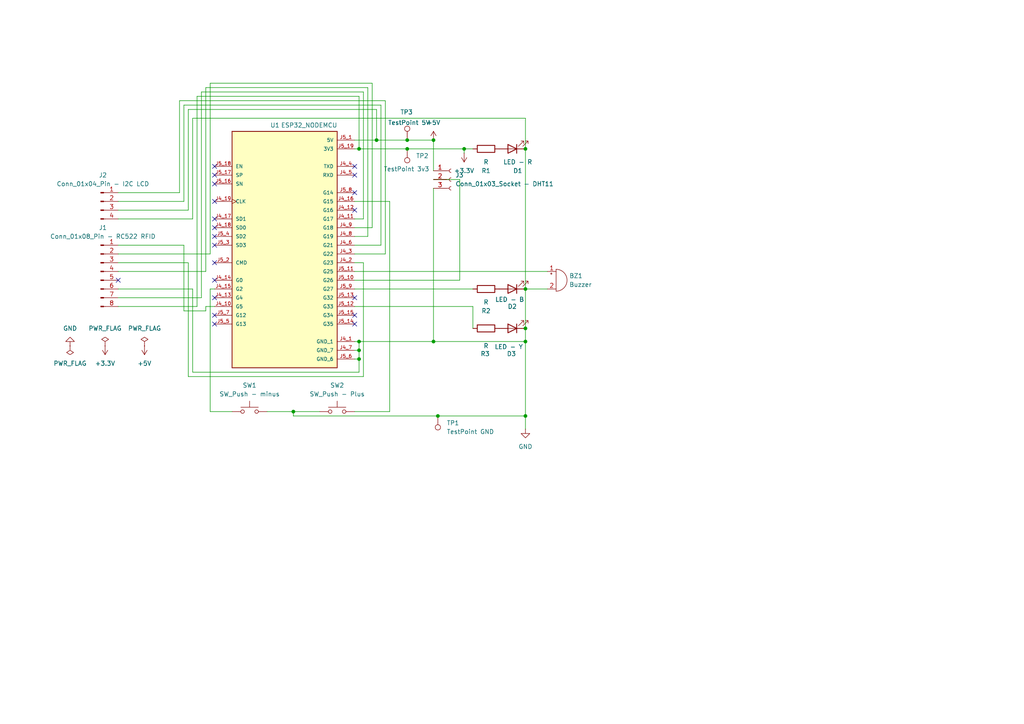
<source format=kicad_sch>
(kicad_sch (version 20231120) (generator "eeschema") (generator_version "8.0")
  (paper "A4")
  (title_block (title "Beertracker HUB PCB") (date "30/12/2024") (rev "1.1") (company "Beertracker"))
  (lib_symbols
    (symbol "Connector:Conn_01x03_Socket" (pin_names (offset 1.016) hide)
      (property "Reference" "J" (at 0 5.08 0))
      (property "Value" "Conn_01x03_Socket" (at 0 -5.08 0))
      (symbol "Conn_01x03_Socket_1_1"
        (arc (start 0 -2.032) (mid -0.5058 -2.54) (end 0 -3.048) (stroke (width 0.1524)))
        (polyline (pts (xy -1.27 -2.54) (xy -0.508 -2.54)) (stroke (width 0.1524)))
        (polyline (pts (xy -1.27 0) (xy -0.508 0)) (stroke (width 0.1524)))
        (polyline (pts (xy -1.27 2.54) (xy -0.508 2.54)) (stroke (width 0.1524)))
        (arc (start 0 0.508) (mid -0.5058 0) (end 0 -0.508) (stroke (width 0.1524)))
        (arc (start 0 3.048) (mid -0.5058 2.54) (end 0 2.032) (stroke (width 0.1524)))
        (pin passive line (at -5.08 2.54 0) (length 3.81) (name "Pin_1") (number "1"))
        (pin passive line (at -5.08 0 0) (length 3.81) (name "Pin_2") (number "2"))
        (pin passive line (at -5.08 -2.54 0) (length 3.81) (name "Pin_3") (number "3"))
      )
    )
    (symbol "Connector:Conn_01x04_Pin" (pin_names (offset 1.016) hide)
      (property "Reference" "J" (at 0 5.08 0))
      (property "Value" "Conn_01x04_Pin" (at 0 -7.62 0))
      (symbol "Conn_01x04_Pin_1_1"
        (polyline (pts (xy 1.27 -5.08) (xy 0.8636 -5.08)) (stroke (width 0.1524)))
        (polyline (pts (xy 1.27 -2.54) (xy 0.8636 -2.54)) (stroke (width 0.1524)))
        (polyline (pts (xy 1.27 0) (xy 0.8636 0)) (stroke (width 0.1524)))
        (polyline (pts (xy 1.27 2.54) (xy 0.8636 2.54)) (stroke (width 0.1524)))
        (rectangle (start 0.8636 -4.953) (end 0 -5.207) (stroke (width 0.1524)) (fill (type outline)))
        (rectangle (start 0.8636 -2.413) (end 0 -2.667) (stroke (width 0.1524)) (fill (type outline)))
        (rectangle (start 0.8636 0.127) (end 0 -0.127) (stroke (width 0.1524)) (fill (type outline)))
        (rectangle (start 0.8636 2.667) (end 0 2.413) (stroke (width 0.1524)) (fill (type outline)))
        (pin passive line (at 5.08 2.54 180) (length 3.81) (name "Pin_1") (number "1"))
        (pin passive line (at 5.08 0 180) (length 3.81) (name "Pin_2") (number "2"))
        (pin passive line (at 5.08 -2.54 180) (length 3.81) (name "Pin_3") (number "3"))
        (pin passive line (at 5.08 -5.08 180) (length 3.81) (name "Pin_4") (number "4"))
      )
    )
    (symbol "Connector:Conn_01x08_Pin" (pin_names (offset 1.016) hide)
      (property "Reference" "J" (at 0 10.16 0))
      (property "Value" "Conn_01x08_Pin" (at 0 -12.7 0))
      (symbol "Conn_01x08_Pin_1_1"
        (polyline (pts (xy 1.27 -10.16) (xy 0.8636 -10.16)) (stroke (width 0.1524)))
        (polyline (pts (xy 1.27 -7.62) (xy 0.8636 -7.62)) (stroke (width 0.1524)))
        (polyline (pts (xy 1.27 -5.08) (xy 0.8636 -5.08)) (stroke (width 0.1524)))
        (polyline (pts (xy 1.27 -2.54) (xy 0.8636 -2.54)) (stroke (width 0.1524)))
        (polyline (pts (xy 1.27 0) (xy 0.8636 0)) (stroke (width 0.1524)))
        (polyline (pts (xy 1.27 2.54) (xy 0.8636 2.54)) (stroke (width 0.1524)))
        (polyline (pts (xy 1.27 5.08) (xy 0.8636 5.08)) (stroke (width 0.1524)))
        (polyline (pts (xy 1.27 7.62) (xy 0.8636 7.62)) (stroke (width 0.1524)))
        (rectangle (start 0.8636 -10.033) (end 0 -10.287) (stroke (width 0.1524)) (fill (type outline)))
        (rectangle (start 0.8636 -7.493) (end 0 -7.747) (stroke (width 0.1524)) (fill (type outline)))
        (rectangle (start 0.8636 -4.953) (end 0 -5.207) (stroke (width 0.1524)) (fill (type outline)))
        (rectangle (start 0.8636 -2.413) (end 0 -2.667) (stroke (width 0.1524)) (fill (type outline)))
        (rectangle (start 0.8636 0.127) (end 0 -0.127) (stroke (width 0.1524)) (fill (type outline)))
        (rectangle (start 0.8636 2.667) (end 0 2.413) (stroke (width 0.1524)) (fill (type outline)))
        (rectangle (start 0.8636 5.207) (end 0 4.953) (stroke (width 0.1524)) (fill (type outline)))
        (rectangle (start 0.8636 7.747) (end 0 7.493) (stroke (width 0.1524)) (fill (type outline)))
        (pin passive line (at 5.08 7.62 180) (length 3.81) (name "Pin_1") (number "1"))
        (pin passive line (at 5.08 5.08 180) (length 3.81) (name "Pin_2") (number "2"))
        (pin passive line (at 5.08 2.54 180) (length 3.81) (name "Pin_3") (number "3"))
        (pin passive line (at 5.08 0 180) (length 3.81) (name "Pin_4") (number "4"))
        (pin passive line (at 5.08 -2.54 180) (length 3.81) (name "Pin_5") (number "5"))
        (pin passive line (at 5.08 -5.08 180) (length 3.81) (name "Pin_6") (number "6"))
        (pin passive line (at 5.08 -7.62 180) (length 3.81) (name "Pin_7") (number "7"))
        (pin passive line (at 5.08 -10.16 180) (length 3.81) (name "Pin_8") (number "8"))
      )
    )
    (symbol "Connector:TestPoint" (pin_numbers hide) (pin_names (offset 0.762) hide)
      (property "Reference" "TP" (at 0 6.858 0))
      (property "Value" "TestPoint" (at 0 5.08 0))
      (symbol "TestPoint_0_1"
        (circle (center 0 3.302) (radius 0.762))
      )
      (symbol "TestPoint_1_1"
        (pin passive line (at 0 0 90) (length 2.54) (name "1") (number "1"))
      )
    )
    (symbol "Device:Buzzer" (pin_names (offset 0.0254) hide)
      (property "Reference" "BZ" (at 3.81 1.27 0))
      (property "Value" "Buzzer" (at 3.81 -1.27 0))
      (symbol "Buzzer_0_1"
        (arc (start 0 -3.175) (mid 3.1612 0) (end 0 3.175))
        (polyline (pts (xy -1.651 1.905) (xy -1.143 1.905)))
        (polyline (pts (xy -1.397 2.159) (xy -1.397 1.651)))
        (polyline (pts (xy 0 3.175) (xy 0 -3.175)))
      )
      (symbol "Buzzer_1_1"
        (pin passive line (at -2.54 2.54 0) (length 2.54) (name "+") (number "1"))
        (pin passive line (at -2.54 -2.54 0) (length 2.54) (name "-") (number "2"))
      )
    )
    (symbol "Device:LED" (pin_numbers hide) (pin_names (offset 1.016) hide)
      (property "Reference" "D" (at 0 2.54 0))
      (property "Value" "LED" (at 0 -2.54 0))
      (symbol "LED_0_1"
        (polyline (pts (xy -1.27 -1.27) (xy -1.27 1.27)) (stroke (width 0.254)))
        (polyline (pts (xy -1.27 0) (xy 1.27 0)))
        (polyline (pts (xy 1.27 -1.27) (xy 1.27 1.27) (xy -1.27 0) (xy 1.27 -1.27)) (stroke (width 0.254)))
        (polyline (pts (xy -3.048 -0.762) (xy -4.572 -2.286) (xy -3.81 -2.286) (xy -4.572 -2.286) (xy -4.572 -1.524)))
        (polyline (pts (xy -1.778 -0.762) (xy -3.302 -2.286) (xy -2.54 -2.286) (xy -3.302 -2.286) (xy -3.302 -1.524)))
      )
      (symbol "LED_1_1"
        (pin passive line (at -3.81 0 0) (length 2.54) (name "K") (number "1"))
        (pin passive line (at 3.81 0 180) (length 2.54) (name "A") (number "2"))
      )
    )
    (symbol "Device:R" (pin_numbers hide) (pin_names (offset 0))
      (property "Reference" "R" (at 2.032 0 90))
      (property "Value" "R" (at 0 0 90))
      (symbol "R_0_1"
        (rectangle (start -1.016 -2.54) (end 1.016 2.54) (stroke (width 0.254)))
      )
      (symbol "R_1_1"
        (pin passive line (at 0 3.81 270) (length 1.27) (name "~") (number "1"))
        (pin passive line (at 0 -3.81 90) (length 1.27) (name "~") (number "2"))
      )
    )
    (symbol "ESP32_NODEMCU:ESP32_NODEMCU" (pin_names (offset 1.016))
      (property "Reference" "U" (at -15.24 36.322 0))
      (property "Value" "ESP32_NODEMCU" (at -15.24 -35.56 0))
      (symbol "ESP32_NODEMCU_0_0"
        (rectangle (start -15.24 -33.02) (end 15.24 35.56) (stroke (width 0.254)) (fill (type background)))
        (pin power_in line (at 20.32 -25.4 180) (length 5.08) (name "GND_1") (number "J4_1"))
        (pin bidirectional line (at -20.32 -15.24 0) (length 5.08) (name "G5") (number "J4_10"))
        (pin bidirectional line (at 20.32 10.16 180) (length 5.08) (name "G17") (number "J4_11"))
        (pin bidirectional line (at 20.32 12.7 180) (length 5.08) (name "G16") (number "J4_12"))
        (pin bidirectional line (at -20.32 -12.7 0) (length 5.08) (name "G4") (number "J4_13"))
        (pin bidirectional line (at -20.32 -7.62 0) (length 5.08) (name "G0") (number "J4_14"))
        (pin bidirectional line (at -20.32 -10.16 0) (length 5.08) (name "G2") (number "J4_15"))
        (pin bidirectional line (at 20.32 15.24 180) (length 5.08) (name "G15") (number "J4_16"))
        (pin bidirectional line (at -20.32 10.16 0) (length 5.08) (name "SD1") (number "J4_17"))
        (pin bidirectional line (at -20.32 7.62 0) (length 5.08) (name "SD0") (number "J4_18"))
        (pin input clock (at -20.32 15.24 0) (length 5.08) (name "CLK") (number "J4_19"))
        (pin bidirectional line (at 20.32 -2.54 180) (length 5.08) (name "G23") (number "J4_2"))
        (pin bidirectional line (at 20.32 0 180) (length 5.08) (name "G22") (number "J4_3"))
        (pin output line (at 20.32 25.4 180) (length 5.08) (name "TXD") (number "J4_4"))
        (pin input line (at 20.32 22.86 180) (length 5.08) (name "RXD") (number "J4_5"))
        (pin bidirectional line (at 20.32 2.54 180) (length 5.08) (name "G21") (number "J4_6"))
        (pin power_in line (at 20.32 -27.94 180) (length 5.08) (name "GND_7") (number "J4_7"))
        (pin bidirectional line (at 20.32 5.08 180) (length 5.08) (name "G19") (number "J4_8"))
        (pin bidirectional line (at 20.32 7.62 180) (length 5.08) (name "G18") (number "J4_9"))
        (pin power_in line (at 20.32 33.02 180) (length 5.08) (name "5V") (number "J5_1"))
        (pin bidirectional line (at 20.32 -7.62 180) (length 5.08) (name "G26") (number "J5_10"))
        (pin bidirectional line (at 20.32 -5.08 180) (length 5.08) (name "G25") (number "J5_11"))
        (pin bidirectional line (at 20.32 -15.24 180) (length 5.08) (name "G33") (number "J5_12"))
        (pin bidirectional line (at 20.32 -12.7 180) (length 5.08) (name "G32") (number "J5_13"))
        (pin bidirectional line (at 20.32 -20.32 180) (length 5.08) (name "G35") (number "J5_14"))
        (pin bidirectional line (at 20.32 -17.78 180) (length 5.08) (name "G34") (number "J5_15"))
        (pin input line (at -20.32 20.32 0) (length 5.08) (name "SN") (number "J5_16"))
        (pin input line (at -20.32 22.86 0) (length 5.08) (name "SP") (number "J5_17"))
        (pin input line (at -20.32 25.4 0) (length 5.08) (name "EN") (number "J5_18"))
        (pin power_in line (at 20.32 30.48 180) (length 5.08) (name "3V3") (number "J5_19"))
        (pin bidirectional line (at -20.32 -2.54 0) (length 5.08) (name "CMD") (number "J5_2"))
        (pin bidirectional line (at -20.32 2.54 0) (length 5.08) (name "SD3") (number "J5_3"))
        (pin bidirectional line (at -20.32 5.08 0) (length 5.08) (name "SD2") (number "J5_4"))
        (pin bidirectional line (at -20.32 -20.32 0) (length 5.08) (name "G13") (number "J5_5"))
        (pin power_in line (at 20.32 -30.48 180) (length 5.08) (name "GND_6") (number "J5_6"))
        (pin bidirectional line (at -20.32 -17.78 0) (length 5.08) (name "G12") (number "J5_7"))
        (pin bidirectional line (at 20.32 17.78 180) (length 5.08) (name "G14") (number "J5_8"))
        (pin bidirectional line (at 20.32 -10.16 180) (length 5.08) (name "G27") (number "J5_9"))
      )
    )
    (symbol "Switch:SW_Push" (pin_numbers hide) (pin_names (offset 1.016) hide)
      (property "Reference" "SW" (at 1.27 2.54 0))
      (property "Value" "SW_Push" (at 0 -1.524 0))
      (symbol "SW_Push_0_1"
        (circle (center -2.032 0) (radius 0.508))
        (polyline (pts (xy 0 1.27) (xy 0 3.048)))
        (polyline (pts (xy 2.54 1.27) (xy -2.54 1.27)))
        (circle (center 2.032 0) (radius 0.508))
        (pin passive line (at -5.08 0 0) (length 2.54) (name "1") (number "1"))
        (pin passive line (at 5.08 0 180) (length 2.54) (name "2") (number "2"))
      )
    )
    (symbol "power:+3.3V" (power) (pin_numbers hide) (pin_names (offset 0) hide)
      (property "Value" "+3.3V" (at 0 3.556 0))
      (symbol "+3.3V_0_1"
        (polyline (pts (xy -0.762 1.27) (xy 0 2.54)))
        (polyline (pts (xy 0 0) (xy 0 2.54)))
        (polyline (pts (xy 0 2.54) (xy 0.762 1.27)))
      )
      (symbol "+3.3V_1_1"
        (pin power_in line (at 0 0 90) (length 0) (name "~") (number "1"))
      )
    )
    (symbol "power:+5V" (power) (pin_numbers hide) (pin_names (offset 0) hide)
      (property "Value" "+5V" (at 0 3.556 0))
      (symbol "+5V_0_1"
        (polyline (pts (xy -0.762 1.27) (xy 0 2.54)))
        (polyline (pts (xy 0 0) (xy 0 2.54)))
        (polyline (pts (xy 0 2.54) (xy 0.762 1.27)))
      )
      (symbol "+5V_1_1"
        (pin power_in line (at 0 0 90) (length 0) (name "~") (number "1"))
      )
    )
    (symbol "power:GND" (power) (pin_numbers hide) (pin_names (offset 0) hide)
      (property "Value" "GND" (at 0 -3.81 0))
      (symbol "GND_0_1"
        (polyline (pts (xy 0 0) (xy 0 -1.27) (xy 1.27 -1.27) (xy 0 -2.54) (xy -1.27 -1.27) (xy 0 -1.27)))
      )
      (symbol "GND_1_1"
        (pin power_in line (at 0 0 270) (length 0) (name "~") (number "1"))
      )
    )
    (symbol "power:PWR_FLAG" (power) (pin_numbers hide) (pin_names (offset 0) hide)
      (property "Value" "PWR_FLAG" (at 0 3.81 0))
      (symbol "PWR_FLAG_0_0"
        (pin power_out line (at 0 0 90) (length 0) (name "~") (number "1"))
      )
      (symbol "PWR_FLAG_0_1"
        (polyline (pts (xy 0 0) (xy 0 1.27) (xy -1.016 1.905) (xy 0 2.54) (xy 1.016 1.905) (xy 0 1.27)))
      )
    )
  )
  (junction (at 104.14 101.6))
  (junction (at 85.09 119.38))
  (junction (at 104.14 99.06))
  (junction (at 152.4 120.65))
  (junction (at 125.73 40.64))
  (junction (at 109.22 40.64))
  (junction (at 152.4 83.82))
  (junction (at 104.14 43.18))
  (junction (at 118.11 43.18))
  (junction (at 152.4 95.25))
  (junction (at 152.4 99.06))
  (junction (at 125.73 99.06))
  (junction (at 152.4 43.18))
  (junction (at 104.14 104.14))
  (junction (at 127 120.65))
  (junction (at 118.11 40.64))
  (junction (at 134.62 43.18))
  (no_connect (at 62.23 93.98))
  (no_connect (at 102.87 55.88))
  (no_connect (at 62.23 48.26))
  (no_connect (at 102.87 60.96))
  (no_connect (at 62.23 63.5))
  (no_connect (at 62.23 66.04))
  (no_connect (at 62.23 58.42))
  (no_connect (at 62.23 68.58))
  (no_connect (at 102.87 50.8))
  (no_connect (at 102.87 48.26))
  (no_connect (at 62.23 86.36))
  (no_connect (at 62.23 91.44))
  (no_connect (at 34.29 81.28))
  (no_connect (at 62.23 81.28))
  (no_connect (at 62.23 71.12))
  (no_connect (at 102.87 93.98))
  (no_connect (at 62.23 53.34))
  (no_connect (at 62.23 50.8))
  (no_connect (at 102.87 91.44))
  (no_connect (at 62.23 76.2))
  (no_connect (at 102.87 86.36))
  (wire (pts (xy 105.41 63.5) (xy 102.87 63.5)))
  (wire (pts (xy 92.71 119.38) (xy 85.09 119.38)))
  (wire (pts (xy 118.11 40.64) (xy 109.22 40.64)))
  (wire (pts (xy 110.49 30.48) (xy 53.34 30.48)))
  (wire (pts (xy 34.29 71.12) (xy 53.34 71.12)))
  (wire (pts (xy 104.14 104.14) (xy 104.14 101.6)))
  (wire (pts (xy 102.87 99.06) (xy 104.14 99.06)))
  (wire (pts (xy 34.29 83.82) (xy 55.88 83.82)))
  (wire (pts (xy 57.15 88.9) (xy 57.15 27.94)))
  (wire (pts (xy 34.29 78.74) (xy 59.69 78.74)))
  (wire (pts (xy 102.87 58.42) (xy 113.03 58.42)))
  (wire (pts (xy 59.69 78.74) (xy 59.69 25.4)))
  (wire (pts (xy 58.42 86.36) (xy 58.42 26.67)))
  (wire (pts (xy 102.87 73.66) (xy 111.76 73.66)))
  (wire (pts (xy 102.87 83.82) (xy 137.16 83.82)))
  (wire (pts (xy 34.29 60.96) (xy 54.61 60.96)))
  (wire (pts (xy 59.69 88.9) (xy 62.23 88.9)))
  (wire (pts (xy 125.73 54.61) (xy 125.73 99.06)))
  (wire (pts (xy 152.4 34.29) (xy 152.4 43.18)))
  (wire (pts (xy 102.87 71.12) (xy 110.49 71.12)))
  (wire (pts (xy 107.95 66.04) (xy 102.87 66.04)))
  (wire (pts (xy 60.96 83.82) (xy 62.23 83.82)))
  (wire (pts (xy 53.34 58.42) (xy 34.29 58.42)))
  (wire (pts (xy 55.88 83.82) (xy 55.88 107.95)))
  (wire (pts (xy 34.29 76.2) (xy 54.61 76.2)))
  (wire (pts (xy 102.87 104.14) (xy 104.14 104.14)))
  (wire (pts (xy 152.4 124.46) (xy 152.4 120.65)))
  (wire (pts (xy 152.4 83.82) (xy 152.4 95.25)))
  (wire (pts (xy 55.88 107.95) (xy 104.14 107.95)))
  (wire (pts (xy 52.07 55.88) (xy 34.29 55.88)))
  (wire (pts (xy 104.14 27.94) (xy 104.14 43.18)))
  (wire (pts (xy 34.29 88.9) (xy 57.15 88.9)))
  (wire (pts (xy 152.4 99.06) (xy 125.73 99.06)))
  (wire (pts (xy 125.73 40.64) (xy 125.73 49.53)))
  (wire (pts (xy 57.15 27.94) (xy 104.14 27.94)))
  (wire (pts (xy 34.29 86.36) (xy 58.42 86.36)))
  (wire (pts (xy 152.4 95.25) (xy 152.4 99.06)))
  (wire (pts (xy 106.68 68.58) (xy 102.87 68.58)))
  (wire (pts (xy 152.4 43.18) (xy 152.4 83.82)))
  (wire (pts (xy 118.11 43.18) (xy 134.62 43.18)))
  (wire (pts (xy 55.88 63.5) (xy 55.88 34.29)))
  (wire (pts (xy 158.75 78.74) (xy 102.87 78.74)))
  (wire (pts (xy 54.61 31.75) (xy 109.22 31.75)))
  (wire (pts (xy 55.88 34.29) (xy 152.4 34.29)))
  (wire (pts (xy 113.03 58.42) (xy 113.03 119.38)))
  (wire (pts (xy 105.41 109.22) (xy 105.41 76.2)))
  (wire (pts (xy 54.61 109.22) (xy 105.41 109.22)))
  (wire (pts (xy 54.61 60.96) (xy 54.61 31.75)))
  (wire (pts (xy 109.22 31.75) (xy 109.22 40.64)))
  (wire (pts (xy 105.41 26.67) (xy 105.41 63.5)))
  (wire (pts (xy 137.16 88.9) (xy 137.16 95.25)))
  (wire (pts (xy 152.4 83.82) (xy 158.75 83.82)))
  (wire (pts (xy 60.96 119.38) (xy 60.96 83.82)))
  (wire (pts (xy 102.87 40.64) (xy 109.22 40.64)))
  (wire (pts (xy 58.42 26.67) (xy 105.41 26.67)))
  (wire (pts (xy 104.14 101.6) (xy 104.14 99.06)))
  (wire (pts (xy 104.14 43.18) (xy 118.11 43.18)))
  (wire (pts (xy 102.87 101.6) (xy 104.14 101.6)))
  (wire (pts (xy 53.34 71.12) (xy 53.34 90.17)))
  (wire (pts (xy 133.35 81.28) (xy 102.87 81.28)))
  (wire (pts (xy 110.49 71.12) (xy 110.49 30.48)))
  (wire (pts (xy 85.09 119.38) (xy 77.47 119.38)))
  (wire (pts (xy 133.35 52.07) (xy 133.35 81.28)))
  (wire (pts (xy 105.41 76.2) (xy 102.87 76.2)))
  (wire (pts (xy 104.14 43.18) (xy 102.87 43.18)))
  (wire (pts (xy 60.96 24.13) (xy 107.95 24.13)))
  (wire (pts (xy 113.03 119.38) (xy 102.87 119.38)))
  (wire (pts (xy 85.09 120.65) (xy 127 120.65)))
  (wire (pts (xy 34.29 63.5) (xy 55.88 63.5)))
  (wire (pts (xy 67.31 119.38) (xy 60.96 119.38)))
  (wire (pts (xy 53.34 30.48) (xy 53.34 58.42)))
  (wire (pts (xy 111.76 73.66) (xy 111.76 29.21)))
  (wire (pts (xy 60.96 73.66) (xy 60.96 24.13)))
  (wire (pts (xy 106.68 25.4) (xy 106.68 68.58)))
  (wire (pts (xy 111.76 29.21) (xy 52.07 29.21)))
  (wire (pts (xy 127 120.65) (xy 152.4 120.65)))
  (wire (pts (xy 59.69 90.17) (xy 59.69 88.9)))
  (wire (pts (xy 152.4 120.65) (xy 152.4 99.06)))
  (wire (pts (xy 53.34 90.17) (xy 59.69 90.17)))
  (wire (pts (xy 134.62 43.18) (xy 137.16 43.18)))
  (wire (pts (xy 104.14 99.06) (xy 125.73 99.06)))
  (wire (pts (xy 59.69 25.4) (xy 106.68 25.4)))
  (wire (pts (xy 107.95 24.13) (xy 107.95 66.04)))
  (wire (pts (xy 54.61 76.2) (xy 54.61 109.22)))
  (wire (pts (xy 52.07 29.21) (xy 52.07 55.88)))
  (wire (pts (xy 125.73 52.07) (xy 133.35 52.07)))
  (wire (pts (xy 125.73 40.64) (xy 118.11 40.64)))
  (wire (pts (xy 104.14 107.95) (xy 104.14 104.14)))
  (wire (pts (xy 102.87 88.9) (xy 137.16 88.9)))
  (wire (pts (xy 85.09 119.38) (xy 85.09 120.65)))
  (wire (pts (xy 34.29 73.66) (xy 60.96 73.66)))
  (wire (pts (xy 134.62 44.45) (xy 134.62 43.18)))
  (symbol (lib_id "Device:R") (at 140.97 95.25 270) (unit 1)
    (property "Reference" "R3" (at 140.716 102.616 90))
    (property "Value" "R" (at 140.97 100.33 90))
    (property "Footprint" "Resistor_THT:R_Axial_DIN0207_L6.3mm_D2.5mm_P7.62mm_Horizontal" (effects (hide yes)))
    (property "Description" "Resistor" (effects (hide yes)))
  )
  (symbol (lib_id "Connector:Conn_01x03_Socket") (at 130.81 52.07 0) (unit 1)
    (property "Reference" "J3" (at 132.08 50.7999 0) (effects (justify left)))
    (property "Value" "Conn_01x03_Socket - DHT11" (at 132.08 53.3399 0) (effects (justify left)))
    (property "Footprint" "Connector_PinSocket_2.54mm:PinSocket_1x03_P2.54mm_Vertical" (effects (hide yes)))
    (property "Description" "Generic connector, single row, 01x03, script generated" (effects (hide yes)))
  )
  (symbol (lib_id "Switch:SW_Push") (at 72.39 119.38 0) (unit 1)
    (property "Reference" "SW1" (at 72.39 111.76 0))
    (property "Value" "SW_Push - minus" (at 72.39 114.3 0))
    (property "Footprint" "Button_Switch_THT:SW_PUSH_6mm_H5mm" (effects (hide yes)))
    (property "Description" "Push button switch, generic, two pins" (effects (hide yes)))
  )
  (symbol (lib_id "Connector:TestPoint") (at 127 120.65 180) (unit 1)
    (property "Reference" "TP1" (at 129.54 122.6819 0) (effects (justify right)))
    (property "Value" "TestPoint GND" (at 129.54 125.2219 0) (effects (justify right)))
    (property "Footprint" "TestPoint:TestPoint_Pad_1.5x1.5mm" (effects (hide yes)))
    (property "Description" "test point" (effects (hide yes)))
  )
  (symbol (lib_id "Connector:TestPoint") (at 118.11 43.18 180) (unit 1)
    (property "Reference" "TP2" (at 120.65 45.2119 0) (effects (justify right)))
    (property "Value" "TestPoint 3v3" (at 111.252 49.022 0) (effects (justify right)))
    (property "Footprint" "TestPoint:TestPoint_Pad_1.5x1.5mm" (effects (hide yes)))
    (property "Description" "test point" (effects (hide yes)))
  )
  (symbol (lib_id "power:PWR_FLAG") (at 20.32 100.33 180) (unit 1)
    (property "Reference" "#FLG03" (effects (hide yes)))
    (property "Value" "PWR_FLAG" (at 20.32 105.41 0))
    (property "Description" "Special symbol for telling ERC where power comes from" (effects (hide yes)))
  )
  (symbol (lib_id "ESP32_NODEMCU:ESP32_NODEMCU") (at 82.55 73.66 0) (unit 1)
    (property "Reference" "U1" (at 79.756 36.322 0))
    (property "Value" "ESP32_NODEMCU" (at 89.662 36.322 0))
    (property "Footprint" "ESP32_NODEMCU:MODULE_ESP32_NODEMCU" (effects (hide yes)))
    (property "MF" "AZ Delivery" (effects (hide yes)))
    (property "MAXIMUM_PACKAGE_HEIGHT" "6.6 mm" (effects (hide yes)))
    (property "Package" "Package" (effects (hide yes)))
    (property "Price" "None" (effects (hide yes)))
    (property "Check_prices" "https://www.snapeda.com/parts/ESP32%20NODEMCU/AZ+Displays/view-part/?ref=eda" (effects (hide yes)))
    (property "STANDARD" "Manufacturer Recommendations" (effects (hide yes)))
    (property "SnapEDA_Link" "https://www.snapeda.com/parts/ESP32%20NODEMCU/AZ+Displays/view-part/?ref=snap" (effects (hide yes)))
    (property "MP" "ESP32 NODEMCU" (effects (hide yes)))
    (property "Description_1" "\n                        \n                            NodeMCU is an open source loT platform. ESP32 is a series of low cost, low power\nsystem-on-chip (SoC) microcontrollers with integrated Wi-Fi and dual-mode Bluetooth.\n                        \n" (effects (hide yes)))
    (property "Availability" "Not in stock" (effects (hide yes)))
    (property "MANUFACTURER" "AZ Delivery" (effects (hide yes)))
  )
  (symbol (lib_id "Connector:TestPoint") (at 118.11 40.64 0) (unit 1)
    (property "Reference" "TP3" (at 116.078 32.512 0) (effects (justify left)))
    (property "Value" "TestPoint 5V" (at 112.522 35.56 0) (effects (justify left)))
    (property "Footprint" "TestPoint:TestPoint_Pad_1.5x1.5mm" (effects (hide yes)))
    (property "Description" "test point" (effects (hide yes)))
  )
  (symbol (lib_id "power:+3.3V") (at 134.62 44.45 180) (unit 1)
    (property "Reference" "#PWR06" (effects (hide yes)))
    (property "Value" "+3.3V" (at 134.62 49.53 0))
    (property "Description" "Power symbol creates a global label with name \"+3.3V\"" (effects (hide yes)))
  )
  (symbol (lib_id "Switch:SW_Push") (at 97.79 119.38 0) (unit 1)
    (property "Reference" "SW2" (at 97.79 111.76 0))
    (property "Value" "SW_Push - Plus" (at 97.79 114.3 0))
    (property "Footprint" "Button_Switch_THT:SW_PUSH_6mm_H5mm" (effects (hide yes)))
    (property "Description" "Push button switch, generic, two pins" (effects (hide yes)))
  )
  (symbol (lib_id "power:+3.3V") (at 30.48 100.33 180) (unit 1)
    (property "Reference" "#PWR01" (effects (hide yes)))
    (property "Value" "+3.3V" (at 30.48 105.41 0))
    (property "Description" "Power symbol creates a global label with name \"+3.3V\"" (effects (hide yes)))
  )
  (symbol (lib_id "power:+5V") (at 41.91 100.33 180) (unit 1)
    (property "Reference" "#PWR02" (effects (hide yes)))
    (property "Value" "+5V" (at 41.91 105.41 0))
    (property "Description" "Power symbol creates a global label with name \"+5V\"" (effects (hide yes)))
  )
  (symbol (lib_id "power:PWR_FLAG") (at 30.48 100.33 0) (unit 1)
    (property "Reference" "#FLG01" (effects (hide yes)))
    (property "Value" "PWR_FLAG" (at 30.48 95.25 0))
    (property "Description" "Special symbol for telling ERC where power comes from" (effects (hide yes)))
  )
  (symbol (lib_id "power:+5V") (at 125.73 40.64 0) (unit 1)
    (property "Reference" "#PWR03" (effects (hide yes)))
    (property "Value" "+5V" (at 125.73 35.56 0))
    (property "Description" "Power symbol creates a global label with name \"+5V\"" (effects (hide yes)))
  )
  (symbol (lib_id "Device:LED") (at 148.59 83.82 180) (unit 1)
    (property "Reference" "D2" (at 148.59 88.9 0))
    (property "Value" "LED - B" (at 147.828 86.868 0))
    (property "Footprint" "LED_THT:LED_D5.0mm" (effects (hide yes)))
    (property "Description" "Light emitting diode" (effects (hide yes)))
  )
  (symbol (lib_id "Device:LED") (at 148.59 43.18 180) (unit 1)
    (property "Reference" "D1" (at 150.1775 49.53 0))
    (property "Value" "LED - R" (at 150.1775 46.99 0))
    (property "Footprint" "LED_THT:LED_D5.0mm" (effects (hide yes)))
    (property "Description" "Light emitting diode" (effects (hide yes)))
  )
  (symbol (lib_id "Connector:Conn_01x04_Pin") (at 29.21 58.42 0) (unit 1)
    (property "Reference" "J2" (at 29.845 50.8 0))
    (property "Value" "Conn_01x04_Pin - I2C LCD" (at 29.845 53.34 0))
    (property "Footprint" "Connector_PinHeader_2.54mm:PinHeader_1x04_P2.54mm_Vertical" (effects (hide yes)))
    (property "Description" "Generic connector, single row, 01x04, script generated" (effects (hide yes)))
  )
  (symbol (lib_id "Connector:Conn_01x08_Pin") (at 29.21 78.74 0) (unit 1)
    (property "Reference" "J1" (at 29.845 66.04 0))
    (property "Value" "Conn_01x08_Pin - RC522 RFID" (at 29.845 68.58 0))
    (property "Footprint" "Connector_PinHeader_2.54mm:PinHeader_1x08_P2.54mm_Vertical" (effects (hide yes)))
    (property "Description" "Generic connector, single row, 01x08, script generated" (effects (hide yes)))
  )
  (symbol (lib_id "power:GND") (at 20.32 100.33 180) (unit 1)
    (property "Reference" "#PWR04" (effects (hide yes)))
    (property "Value" "GND" (at 20.32 95.25 0))
    (property "Description" "Power symbol creates a global label with name \"GND\" , ground" (effects (hide yes)))
  )
  (symbol (lib_id "power:PWR_FLAG") (at 41.91 100.33 0) (unit 1)
    (property "Reference" "#FLG02" (effects (hide yes)))
    (property "Value" "PWR_FLAG" (at 41.91 95.25 0))
    (property "Description" "Special symbol for telling ERC where power comes from" (effects (hide yes)))
  )
  (symbol (lib_id "power:GND") (at 152.4 124.46 0) (unit 1)
    (property "Reference" "#PWR07" (effects (hide yes)))
    (property "Value" "GND" (at 152.4 129.54 0))
    (property "Description" "Power symbol creates a global label with name \"GND\" , ground" (effects (hide yes)))
  )
  (symbol (lib_id "Device:R") (at 140.97 43.18 270) (unit 1)
    (property "Reference" "R1" (at 140.97 49.53 90))
    (property "Value" "R" (at 140.97 46.99 90))
    (property "Footprint" "Resistor_THT:R_Axial_DIN0207_L6.3mm_D2.5mm_P7.62mm_Horizontal" (effects (hide yes)))
    (property "Description" "Resistor" (effects (hide yes)))
  )
  (symbol (lib_id "Device:Buzzer") (at 161.29 81.28 0) (unit 1)
    (property "Reference" "BZ1" (at 165.1 80.0099 0) (effects (justify left)))
    (property "Value" "Buzzer" (at 165.1 82.5499 0) (effects (justify left)))
    (property "Footprint" "Buzzer_Beeper:Buzzer_12x9.5RM7.6" (effects (hide yes)))
    (property "Description" "Buzzer, polarized" (effects (hide yes)))
  )
  (symbol (lib_id "Device:R") (at 140.97 83.82 270) (unit 1)
    (property "Reference" "R2" (at 140.97 90.17 90))
    (property "Value" "R" (at 140.97 87.63 90))
    (property "Footprint" "Resistor_THT:R_Axial_DIN0207_L6.3mm_D2.5mm_P7.62mm_Horizontal" (effects (hide yes)))
    (property "Description" "Resistor" (effects (hide yes)))
  )
  (symbol (lib_id "Device:LED") (at 148.59 95.25 180) (unit 1)
    (property "Reference" "D3" (at 148.336 102.616 0))
    (property "Value" "LED - Y" (at 147.574 100.584 0))
    (property "Footprint" "LED_THT:LED_D5.0mm" (effects (hide yes)))
    (property "Description" "Light emitting diode" (effects (hide yes)))
  )
)
</source>
